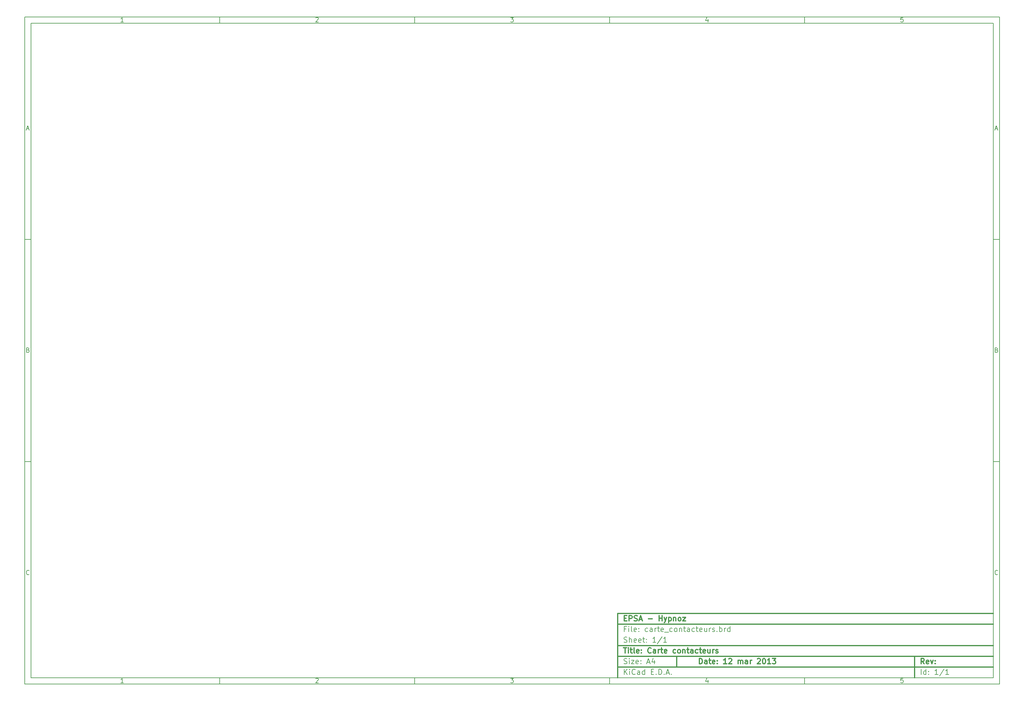
<source format=gbo>
G04 (created by PCBNEW-RS274X (2012-01-19 BZR 3256)-stable) date 12/03/2013 15:32:23*
G01*
G70*
G90*
%MOIN*%
G04 Gerber Fmt 3.4, Leading zero omitted, Abs format*
%FSLAX34Y34*%
G04 APERTURE LIST*
%ADD10C,0.006000*%
%ADD11C,0.012000*%
%ADD12R,0.090000X0.090000*%
%ADD13C,0.090000*%
%ADD14R,0.110000X0.110000*%
%ADD15C,0.110000*%
%ADD16C,0.095000*%
%ADD17R,0.370000X0.370000*%
%ADD18R,0.095000X0.095000*%
%ADD19R,0.110000X0.082000*%
%ADD20O,0.110000X0.082000*%
%ADD21C,0.170000*%
%ADD22R,0.170000X0.170000*%
%ADD23C,0.270000*%
G04 APERTURE END LIST*
G54D10*
X04000Y-04000D02*
X113000Y-04000D01*
X113000Y-78670D01*
X04000Y-78670D01*
X04000Y-04000D01*
X04700Y-04700D02*
X112300Y-04700D01*
X112300Y-77970D01*
X04700Y-77970D01*
X04700Y-04700D01*
X25800Y-04000D02*
X25800Y-04700D01*
X15043Y-04552D02*
X14757Y-04552D01*
X14900Y-04552D02*
X14900Y-04052D01*
X14852Y-04124D01*
X14805Y-04171D01*
X14757Y-04195D01*
X25800Y-78670D02*
X25800Y-77970D01*
X15043Y-78522D02*
X14757Y-78522D01*
X14900Y-78522D02*
X14900Y-78022D01*
X14852Y-78094D01*
X14805Y-78141D01*
X14757Y-78165D01*
X47600Y-04000D02*
X47600Y-04700D01*
X36557Y-04100D02*
X36581Y-04076D01*
X36629Y-04052D01*
X36748Y-04052D01*
X36795Y-04076D01*
X36819Y-04100D01*
X36843Y-04148D01*
X36843Y-04195D01*
X36819Y-04267D01*
X36533Y-04552D01*
X36843Y-04552D01*
X47600Y-78670D02*
X47600Y-77970D01*
X36557Y-78070D02*
X36581Y-78046D01*
X36629Y-78022D01*
X36748Y-78022D01*
X36795Y-78046D01*
X36819Y-78070D01*
X36843Y-78118D01*
X36843Y-78165D01*
X36819Y-78237D01*
X36533Y-78522D01*
X36843Y-78522D01*
X69400Y-04000D02*
X69400Y-04700D01*
X58333Y-04052D02*
X58643Y-04052D01*
X58476Y-04243D01*
X58548Y-04243D01*
X58595Y-04267D01*
X58619Y-04290D01*
X58643Y-04338D01*
X58643Y-04457D01*
X58619Y-04505D01*
X58595Y-04529D01*
X58548Y-04552D01*
X58405Y-04552D01*
X58357Y-04529D01*
X58333Y-04505D01*
X69400Y-78670D02*
X69400Y-77970D01*
X58333Y-78022D02*
X58643Y-78022D01*
X58476Y-78213D01*
X58548Y-78213D01*
X58595Y-78237D01*
X58619Y-78260D01*
X58643Y-78308D01*
X58643Y-78427D01*
X58619Y-78475D01*
X58595Y-78499D01*
X58548Y-78522D01*
X58405Y-78522D01*
X58357Y-78499D01*
X58333Y-78475D01*
X91200Y-04000D02*
X91200Y-04700D01*
X80395Y-04219D02*
X80395Y-04552D01*
X80276Y-04029D02*
X80157Y-04386D01*
X80467Y-04386D01*
X91200Y-78670D02*
X91200Y-77970D01*
X80395Y-78189D02*
X80395Y-78522D01*
X80276Y-77999D02*
X80157Y-78356D01*
X80467Y-78356D01*
X102219Y-04052D02*
X101981Y-04052D01*
X101957Y-04290D01*
X101981Y-04267D01*
X102029Y-04243D01*
X102148Y-04243D01*
X102195Y-04267D01*
X102219Y-04290D01*
X102243Y-04338D01*
X102243Y-04457D01*
X102219Y-04505D01*
X102195Y-04529D01*
X102148Y-04552D01*
X102029Y-04552D01*
X101981Y-04529D01*
X101957Y-04505D01*
X102219Y-78022D02*
X101981Y-78022D01*
X101957Y-78260D01*
X101981Y-78237D01*
X102029Y-78213D01*
X102148Y-78213D01*
X102195Y-78237D01*
X102219Y-78260D01*
X102243Y-78308D01*
X102243Y-78427D01*
X102219Y-78475D01*
X102195Y-78499D01*
X102148Y-78522D01*
X102029Y-78522D01*
X101981Y-78499D01*
X101957Y-78475D01*
X04000Y-28890D02*
X04700Y-28890D01*
X04231Y-16510D02*
X04469Y-16510D01*
X04184Y-16652D02*
X04350Y-16152D01*
X04517Y-16652D01*
X113000Y-28890D02*
X112300Y-28890D01*
X112531Y-16510D02*
X112769Y-16510D01*
X112484Y-16652D02*
X112650Y-16152D01*
X112817Y-16652D01*
X04000Y-53780D02*
X04700Y-53780D01*
X04386Y-41280D02*
X04457Y-41304D01*
X04481Y-41328D01*
X04505Y-41376D01*
X04505Y-41447D01*
X04481Y-41495D01*
X04457Y-41519D01*
X04410Y-41542D01*
X04219Y-41542D01*
X04219Y-41042D01*
X04386Y-41042D01*
X04433Y-41066D01*
X04457Y-41090D01*
X04481Y-41138D01*
X04481Y-41185D01*
X04457Y-41233D01*
X04433Y-41257D01*
X04386Y-41280D01*
X04219Y-41280D01*
X113000Y-53780D02*
X112300Y-53780D01*
X112686Y-41280D02*
X112757Y-41304D01*
X112781Y-41328D01*
X112805Y-41376D01*
X112805Y-41447D01*
X112781Y-41495D01*
X112757Y-41519D01*
X112710Y-41542D01*
X112519Y-41542D01*
X112519Y-41042D01*
X112686Y-41042D01*
X112733Y-41066D01*
X112757Y-41090D01*
X112781Y-41138D01*
X112781Y-41185D01*
X112757Y-41233D01*
X112733Y-41257D01*
X112686Y-41280D01*
X112519Y-41280D01*
X04505Y-66385D02*
X04481Y-66409D01*
X04410Y-66432D01*
X04362Y-66432D01*
X04290Y-66409D01*
X04243Y-66361D01*
X04219Y-66313D01*
X04195Y-66218D01*
X04195Y-66147D01*
X04219Y-66051D01*
X04243Y-66004D01*
X04290Y-65956D01*
X04362Y-65932D01*
X04410Y-65932D01*
X04481Y-65956D01*
X04505Y-65980D01*
X112805Y-66385D02*
X112781Y-66409D01*
X112710Y-66432D01*
X112662Y-66432D01*
X112590Y-66409D01*
X112543Y-66361D01*
X112519Y-66313D01*
X112495Y-66218D01*
X112495Y-66147D01*
X112519Y-66051D01*
X112543Y-66004D01*
X112590Y-65956D01*
X112662Y-65932D01*
X112710Y-65932D01*
X112781Y-65956D01*
X112805Y-65980D01*
G54D11*
X79443Y-76413D02*
X79443Y-75813D01*
X79586Y-75813D01*
X79671Y-75841D01*
X79729Y-75899D01*
X79757Y-75956D01*
X79786Y-76070D01*
X79786Y-76156D01*
X79757Y-76270D01*
X79729Y-76327D01*
X79671Y-76384D01*
X79586Y-76413D01*
X79443Y-76413D01*
X80300Y-76413D02*
X80300Y-76099D01*
X80271Y-76041D01*
X80214Y-76013D01*
X80100Y-76013D01*
X80043Y-76041D01*
X80300Y-76384D02*
X80243Y-76413D01*
X80100Y-76413D01*
X80043Y-76384D01*
X80014Y-76327D01*
X80014Y-76270D01*
X80043Y-76213D01*
X80100Y-76184D01*
X80243Y-76184D01*
X80300Y-76156D01*
X80500Y-76013D02*
X80729Y-76013D01*
X80586Y-75813D02*
X80586Y-76327D01*
X80614Y-76384D01*
X80672Y-76413D01*
X80729Y-76413D01*
X81157Y-76384D02*
X81100Y-76413D01*
X80986Y-76413D01*
X80929Y-76384D01*
X80900Y-76327D01*
X80900Y-76099D01*
X80929Y-76041D01*
X80986Y-76013D01*
X81100Y-76013D01*
X81157Y-76041D01*
X81186Y-76099D01*
X81186Y-76156D01*
X80900Y-76213D01*
X81443Y-76356D02*
X81471Y-76384D01*
X81443Y-76413D01*
X81414Y-76384D01*
X81443Y-76356D01*
X81443Y-76413D01*
X81443Y-76041D02*
X81471Y-76070D01*
X81443Y-76099D01*
X81414Y-76070D01*
X81443Y-76041D01*
X81443Y-76099D01*
X82500Y-76413D02*
X82157Y-76413D01*
X82329Y-76413D02*
X82329Y-75813D01*
X82272Y-75899D01*
X82214Y-75956D01*
X82157Y-75984D01*
X82728Y-75870D02*
X82757Y-75841D01*
X82814Y-75813D01*
X82957Y-75813D01*
X83014Y-75841D01*
X83043Y-75870D01*
X83071Y-75927D01*
X83071Y-75984D01*
X83043Y-76070D01*
X82700Y-76413D01*
X83071Y-76413D01*
X83785Y-76413D02*
X83785Y-76013D01*
X83785Y-76070D02*
X83813Y-76041D01*
X83871Y-76013D01*
X83956Y-76013D01*
X84013Y-76041D01*
X84042Y-76099D01*
X84042Y-76413D01*
X84042Y-76099D02*
X84071Y-76041D01*
X84128Y-76013D01*
X84213Y-76013D01*
X84271Y-76041D01*
X84299Y-76099D01*
X84299Y-76413D01*
X84842Y-76413D02*
X84842Y-76099D01*
X84813Y-76041D01*
X84756Y-76013D01*
X84642Y-76013D01*
X84585Y-76041D01*
X84842Y-76384D02*
X84785Y-76413D01*
X84642Y-76413D01*
X84585Y-76384D01*
X84556Y-76327D01*
X84556Y-76270D01*
X84585Y-76213D01*
X84642Y-76184D01*
X84785Y-76184D01*
X84842Y-76156D01*
X85128Y-76413D02*
X85128Y-76013D01*
X85128Y-76127D02*
X85156Y-76070D01*
X85185Y-76041D01*
X85242Y-76013D01*
X85299Y-76013D01*
X85927Y-75870D02*
X85956Y-75841D01*
X86013Y-75813D01*
X86156Y-75813D01*
X86213Y-75841D01*
X86242Y-75870D01*
X86270Y-75927D01*
X86270Y-75984D01*
X86242Y-76070D01*
X85899Y-76413D01*
X86270Y-76413D01*
X86641Y-75813D02*
X86698Y-75813D01*
X86755Y-75841D01*
X86784Y-75870D01*
X86813Y-75927D01*
X86841Y-76041D01*
X86841Y-76184D01*
X86813Y-76299D01*
X86784Y-76356D01*
X86755Y-76384D01*
X86698Y-76413D01*
X86641Y-76413D01*
X86584Y-76384D01*
X86555Y-76356D01*
X86527Y-76299D01*
X86498Y-76184D01*
X86498Y-76041D01*
X86527Y-75927D01*
X86555Y-75870D01*
X86584Y-75841D01*
X86641Y-75813D01*
X87412Y-76413D02*
X87069Y-76413D01*
X87241Y-76413D02*
X87241Y-75813D01*
X87184Y-75899D01*
X87126Y-75956D01*
X87069Y-75984D01*
X87612Y-75813D02*
X87983Y-75813D01*
X87783Y-76041D01*
X87869Y-76041D01*
X87926Y-76070D01*
X87955Y-76099D01*
X87983Y-76156D01*
X87983Y-76299D01*
X87955Y-76356D01*
X87926Y-76384D01*
X87869Y-76413D01*
X87697Y-76413D01*
X87640Y-76384D01*
X87612Y-76356D01*
G54D10*
X71043Y-77613D02*
X71043Y-77013D01*
X71386Y-77613D02*
X71129Y-77270D01*
X71386Y-77013D02*
X71043Y-77356D01*
X71643Y-77613D02*
X71643Y-77213D01*
X71643Y-77013D02*
X71614Y-77041D01*
X71643Y-77070D01*
X71671Y-77041D01*
X71643Y-77013D01*
X71643Y-77070D01*
X72272Y-77556D02*
X72243Y-77584D01*
X72157Y-77613D01*
X72100Y-77613D01*
X72015Y-77584D01*
X71957Y-77527D01*
X71929Y-77470D01*
X71900Y-77356D01*
X71900Y-77270D01*
X71929Y-77156D01*
X71957Y-77099D01*
X72015Y-77041D01*
X72100Y-77013D01*
X72157Y-77013D01*
X72243Y-77041D01*
X72272Y-77070D01*
X72786Y-77613D02*
X72786Y-77299D01*
X72757Y-77241D01*
X72700Y-77213D01*
X72586Y-77213D01*
X72529Y-77241D01*
X72786Y-77584D02*
X72729Y-77613D01*
X72586Y-77613D01*
X72529Y-77584D01*
X72500Y-77527D01*
X72500Y-77470D01*
X72529Y-77413D01*
X72586Y-77384D01*
X72729Y-77384D01*
X72786Y-77356D01*
X73329Y-77613D02*
X73329Y-77013D01*
X73329Y-77584D02*
X73272Y-77613D01*
X73158Y-77613D01*
X73100Y-77584D01*
X73072Y-77556D01*
X73043Y-77499D01*
X73043Y-77327D01*
X73072Y-77270D01*
X73100Y-77241D01*
X73158Y-77213D01*
X73272Y-77213D01*
X73329Y-77241D01*
X74072Y-77299D02*
X74272Y-77299D01*
X74358Y-77613D02*
X74072Y-77613D01*
X74072Y-77013D01*
X74358Y-77013D01*
X74615Y-77556D02*
X74643Y-77584D01*
X74615Y-77613D01*
X74586Y-77584D01*
X74615Y-77556D01*
X74615Y-77613D01*
X74901Y-77613D02*
X74901Y-77013D01*
X75044Y-77013D01*
X75129Y-77041D01*
X75187Y-77099D01*
X75215Y-77156D01*
X75244Y-77270D01*
X75244Y-77356D01*
X75215Y-77470D01*
X75187Y-77527D01*
X75129Y-77584D01*
X75044Y-77613D01*
X74901Y-77613D01*
X75501Y-77556D02*
X75529Y-77584D01*
X75501Y-77613D01*
X75472Y-77584D01*
X75501Y-77556D01*
X75501Y-77613D01*
X75758Y-77441D02*
X76044Y-77441D01*
X75701Y-77613D02*
X75901Y-77013D01*
X76101Y-77613D01*
X76301Y-77556D02*
X76329Y-77584D01*
X76301Y-77613D01*
X76272Y-77584D01*
X76301Y-77556D01*
X76301Y-77613D01*
G54D11*
X104586Y-76413D02*
X104386Y-76127D01*
X104243Y-76413D02*
X104243Y-75813D01*
X104471Y-75813D01*
X104529Y-75841D01*
X104557Y-75870D01*
X104586Y-75927D01*
X104586Y-76013D01*
X104557Y-76070D01*
X104529Y-76099D01*
X104471Y-76127D01*
X104243Y-76127D01*
X105071Y-76384D02*
X105014Y-76413D01*
X104900Y-76413D01*
X104843Y-76384D01*
X104814Y-76327D01*
X104814Y-76099D01*
X104843Y-76041D01*
X104900Y-76013D01*
X105014Y-76013D01*
X105071Y-76041D01*
X105100Y-76099D01*
X105100Y-76156D01*
X104814Y-76213D01*
X105300Y-76013D02*
X105443Y-76413D01*
X105585Y-76013D01*
X105814Y-76356D02*
X105842Y-76384D01*
X105814Y-76413D01*
X105785Y-76384D01*
X105814Y-76356D01*
X105814Y-76413D01*
X105814Y-76041D02*
X105842Y-76070D01*
X105814Y-76099D01*
X105785Y-76070D01*
X105814Y-76041D01*
X105814Y-76099D01*
G54D10*
X71014Y-76384D02*
X71100Y-76413D01*
X71243Y-76413D01*
X71300Y-76384D01*
X71329Y-76356D01*
X71357Y-76299D01*
X71357Y-76241D01*
X71329Y-76184D01*
X71300Y-76156D01*
X71243Y-76127D01*
X71129Y-76099D01*
X71071Y-76070D01*
X71043Y-76041D01*
X71014Y-75984D01*
X71014Y-75927D01*
X71043Y-75870D01*
X71071Y-75841D01*
X71129Y-75813D01*
X71271Y-75813D01*
X71357Y-75841D01*
X71614Y-76413D02*
X71614Y-76013D01*
X71614Y-75813D02*
X71585Y-75841D01*
X71614Y-75870D01*
X71642Y-75841D01*
X71614Y-75813D01*
X71614Y-75870D01*
X71843Y-76013D02*
X72157Y-76013D01*
X71843Y-76413D01*
X72157Y-76413D01*
X72614Y-76384D02*
X72557Y-76413D01*
X72443Y-76413D01*
X72386Y-76384D01*
X72357Y-76327D01*
X72357Y-76099D01*
X72386Y-76041D01*
X72443Y-76013D01*
X72557Y-76013D01*
X72614Y-76041D01*
X72643Y-76099D01*
X72643Y-76156D01*
X72357Y-76213D01*
X72900Y-76356D02*
X72928Y-76384D01*
X72900Y-76413D01*
X72871Y-76384D01*
X72900Y-76356D01*
X72900Y-76413D01*
X72900Y-76041D02*
X72928Y-76070D01*
X72900Y-76099D01*
X72871Y-76070D01*
X72900Y-76041D01*
X72900Y-76099D01*
X73614Y-76241D02*
X73900Y-76241D01*
X73557Y-76413D02*
X73757Y-75813D01*
X73957Y-76413D01*
X74414Y-76013D02*
X74414Y-76413D01*
X74271Y-75784D02*
X74128Y-76213D01*
X74500Y-76213D01*
X104243Y-77613D02*
X104243Y-77013D01*
X104786Y-77613D02*
X104786Y-77013D01*
X104786Y-77584D02*
X104729Y-77613D01*
X104615Y-77613D01*
X104557Y-77584D01*
X104529Y-77556D01*
X104500Y-77499D01*
X104500Y-77327D01*
X104529Y-77270D01*
X104557Y-77241D01*
X104615Y-77213D01*
X104729Y-77213D01*
X104786Y-77241D01*
X105072Y-77556D02*
X105100Y-77584D01*
X105072Y-77613D01*
X105043Y-77584D01*
X105072Y-77556D01*
X105072Y-77613D01*
X105072Y-77241D02*
X105100Y-77270D01*
X105072Y-77299D01*
X105043Y-77270D01*
X105072Y-77241D01*
X105072Y-77299D01*
X106129Y-77613D02*
X105786Y-77613D01*
X105958Y-77613D02*
X105958Y-77013D01*
X105901Y-77099D01*
X105843Y-77156D01*
X105786Y-77184D01*
X106814Y-76984D02*
X106300Y-77756D01*
X107329Y-77613D02*
X106986Y-77613D01*
X107158Y-77613D02*
X107158Y-77013D01*
X107101Y-77099D01*
X107043Y-77156D01*
X106986Y-77184D01*
G54D11*
X70957Y-74613D02*
X71300Y-74613D01*
X71129Y-75213D02*
X71129Y-74613D01*
X71500Y-75213D02*
X71500Y-74813D01*
X71500Y-74613D02*
X71471Y-74641D01*
X71500Y-74670D01*
X71528Y-74641D01*
X71500Y-74613D01*
X71500Y-74670D01*
X71700Y-74813D02*
X71929Y-74813D01*
X71786Y-74613D02*
X71786Y-75127D01*
X71814Y-75184D01*
X71872Y-75213D01*
X71929Y-75213D01*
X72215Y-75213D02*
X72157Y-75184D01*
X72129Y-75127D01*
X72129Y-74613D01*
X72671Y-75184D02*
X72614Y-75213D01*
X72500Y-75213D01*
X72443Y-75184D01*
X72414Y-75127D01*
X72414Y-74899D01*
X72443Y-74841D01*
X72500Y-74813D01*
X72614Y-74813D01*
X72671Y-74841D01*
X72700Y-74899D01*
X72700Y-74956D01*
X72414Y-75013D01*
X72957Y-75156D02*
X72985Y-75184D01*
X72957Y-75213D01*
X72928Y-75184D01*
X72957Y-75156D01*
X72957Y-75213D01*
X72957Y-74841D02*
X72985Y-74870D01*
X72957Y-74899D01*
X72928Y-74870D01*
X72957Y-74841D01*
X72957Y-74899D01*
X74043Y-75156D02*
X74014Y-75184D01*
X73928Y-75213D01*
X73871Y-75213D01*
X73786Y-75184D01*
X73728Y-75127D01*
X73700Y-75070D01*
X73671Y-74956D01*
X73671Y-74870D01*
X73700Y-74756D01*
X73728Y-74699D01*
X73786Y-74641D01*
X73871Y-74613D01*
X73928Y-74613D01*
X74014Y-74641D01*
X74043Y-74670D01*
X74557Y-75213D02*
X74557Y-74899D01*
X74528Y-74841D01*
X74471Y-74813D01*
X74357Y-74813D01*
X74300Y-74841D01*
X74557Y-75184D02*
X74500Y-75213D01*
X74357Y-75213D01*
X74300Y-75184D01*
X74271Y-75127D01*
X74271Y-75070D01*
X74300Y-75013D01*
X74357Y-74984D01*
X74500Y-74984D01*
X74557Y-74956D01*
X74843Y-75213D02*
X74843Y-74813D01*
X74843Y-74927D02*
X74871Y-74870D01*
X74900Y-74841D01*
X74957Y-74813D01*
X75014Y-74813D01*
X75128Y-74813D02*
X75357Y-74813D01*
X75214Y-74613D02*
X75214Y-75127D01*
X75242Y-75184D01*
X75300Y-75213D01*
X75357Y-75213D01*
X75785Y-75184D02*
X75728Y-75213D01*
X75614Y-75213D01*
X75557Y-75184D01*
X75528Y-75127D01*
X75528Y-74899D01*
X75557Y-74841D01*
X75614Y-74813D01*
X75728Y-74813D01*
X75785Y-74841D01*
X75814Y-74899D01*
X75814Y-74956D01*
X75528Y-75013D01*
X76785Y-75184D02*
X76728Y-75213D01*
X76614Y-75213D01*
X76556Y-75184D01*
X76528Y-75156D01*
X76499Y-75099D01*
X76499Y-74927D01*
X76528Y-74870D01*
X76556Y-74841D01*
X76614Y-74813D01*
X76728Y-74813D01*
X76785Y-74841D01*
X77128Y-75213D02*
X77070Y-75184D01*
X77042Y-75156D01*
X77013Y-75099D01*
X77013Y-74927D01*
X77042Y-74870D01*
X77070Y-74841D01*
X77128Y-74813D01*
X77213Y-74813D01*
X77270Y-74841D01*
X77299Y-74870D01*
X77328Y-74927D01*
X77328Y-75099D01*
X77299Y-75156D01*
X77270Y-75184D01*
X77213Y-75213D01*
X77128Y-75213D01*
X77585Y-74813D02*
X77585Y-75213D01*
X77585Y-74870D02*
X77613Y-74841D01*
X77671Y-74813D01*
X77756Y-74813D01*
X77813Y-74841D01*
X77842Y-74899D01*
X77842Y-75213D01*
X78042Y-74813D02*
X78271Y-74813D01*
X78128Y-74613D02*
X78128Y-75127D01*
X78156Y-75184D01*
X78214Y-75213D01*
X78271Y-75213D01*
X78728Y-75213D02*
X78728Y-74899D01*
X78699Y-74841D01*
X78642Y-74813D01*
X78528Y-74813D01*
X78471Y-74841D01*
X78728Y-75184D02*
X78671Y-75213D01*
X78528Y-75213D01*
X78471Y-75184D01*
X78442Y-75127D01*
X78442Y-75070D01*
X78471Y-75013D01*
X78528Y-74984D01*
X78671Y-74984D01*
X78728Y-74956D01*
X79271Y-75184D02*
X79214Y-75213D01*
X79100Y-75213D01*
X79042Y-75184D01*
X79014Y-75156D01*
X78985Y-75099D01*
X78985Y-74927D01*
X79014Y-74870D01*
X79042Y-74841D01*
X79100Y-74813D01*
X79214Y-74813D01*
X79271Y-74841D01*
X79442Y-74813D02*
X79671Y-74813D01*
X79528Y-74613D02*
X79528Y-75127D01*
X79556Y-75184D01*
X79614Y-75213D01*
X79671Y-75213D01*
X80099Y-75184D02*
X80042Y-75213D01*
X79928Y-75213D01*
X79871Y-75184D01*
X79842Y-75127D01*
X79842Y-74899D01*
X79871Y-74841D01*
X79928Y-74813D01*
X80042Y-74813D01*
X80099Y-74841D01*
X80128Y-74899D01*
X80128Y-74956D01*
X79842Y-75013D01*
X80642Y-74813D02*
X80642Y-75213D01*
X80385Y-74813D02*
X80385Y-75127D01*
X80413Y-75184D01*
X80471Y-75213D01*
X80556Y-75213D01*
X80613Y-75184D01*
X80642Y-75156D01*
X80928Y-75213D02*
X80928Y-74813D01*
X80928Y-74927D02*
X80956Y-74870D01*
X80985Y-74841D01*
X81042Y-74813D01*
X81099Y-74813D01*
X81270Y-75184D02*
X81327Y-75213D01*
X81442Y-75213D01*
X81499Y-75184D01*
X81527Y-75127D01*
X81527Y-75099D01*
X81499Y-75041D01*
X81442Y-75013D01*
X81356Y-75013D01*
X81299Y-74984D01*
X81270Y-74927D01*
X81270Y-74899D01*
X81299Y-74841D01*
X81356Y-74813D01*
X81442Y-74813D01*
X81499Y-74841D01*
G54D10*
X71243Y-72499D02*
X71043Y-72499D01*
X71043Y-72813D02*
X71043Y-72213D01*
X71329Y-72213D01*
X71557Y-72813D02*
X71557Y-72413D01*
X71557Y-72213D02*
X71528Y-72241D01*
X71557Y-72270D01*
X71585Y-72241D01*
X71557Y-72213D01*
X71557Y-72270D01*
X71929Y-72813D02*
X71871Y-72784D01*
X71843Y-72727D01*
X71843Y-72213D01*
X72385Y-72784D02*
X72328Y-72813D01*
X72214Y-72813D01*
X72157Y-72784D01*
X72128Y-72727D01*
X72128Y-72499D01*
X72157Y-72441D01*
X72214Y-72413D01*
X72328Y-72413D01*
X72385Y-72441D01*
X72414Y-72499D01*
X72414Y-72556D01*
X72128Y-72613D01*
X72671Y-72756D02*
X72699Y-72784D01*
X72671Y-72813D01*
X72642Y-72784D01*
X72671Y-72756D01*
X72671Y-72813D01*
X72671Y-72441D02*
X72699Y-72470D01*
X72671Y-72499D01*
X72642Y-72470D01*
X72671Y-72441D01*
X72671Y-72499D01*
X73671Y-72784D02*
X73614Y-72813D01*
X73500Y-72813D01*
X73442Y-72784D01*
X73414Y-72756D01*
X73385Y-72699D01*
X73385Y-72527D01*
X73414Y-72470D01*
X73442Y-72441D01*
X73500Y-72413D01*
X73614Y-72413D01*
X73671Y-72441D01*
X74185Y-72813D02*
X74185Y-72499D01*
X74156Y-72441D01*
X74099Y-72413D01*
X73985Y-72413D01*
X73928Y-72441D01*
X74185Y-72784D02*
X74128Y-72813D01*
X73985Y-72813D01*
X73928Y-72784D01*
X73899Y-72727D01*
X73899Y-72670D01*
X73928Y-72613D01*
X73985Y-72584D01*
X74128Y-72584D01*
X74185Y-72556D01*
X74471Y-72813D02*
X74471Y-72413D01*
X74471Y-72527D02*
X74499Y-72470D01*
X74528Y-72441D01*
X74585Y-72413D01*
X74642Y-72413D01*
X74756Y-72413D02*
X74985Y-72413D01*
X74842Y-72213D02*
X74842Y-72727D01*
X74870Y-72784D01*
X74928Y-72813D01*
X74985Y-72813D01*
X75413Y-72784D02*
X75356Y-72813D01*
X75242Y-72813D01*
X75185Y-72784D01*
X75156Y-72727D01*
X75156Y-72499D01*
X75185Y-72441D01*
X75242Y-72413D01*
X75356Y-72413D01*
X75413Y-72441D01*
X75442Y-72499D01*
X75442Y-72556D01*
X75156Y-72613D01*
X75556Y-72870D02*
X76013Y-72870D01*
X76413Y-72784D02*
X76356Y-72813D01*
X76242Y-72813D01*
X76184Y-72784D01*
X76156Y-72756D01*
X76127Y-72699D01*
X76127Y-72527D01*
X76156Y-72470D01*
X76184Y-72441D01*
X76242Y-72413D01*
X76356Y-72413D01*
X76413Y-72441D01*
X76756Y-72813D02*
X76698Y-72784D01*
X76670Y-72756D01*
X76641Y-72699D01*
X76641Y-72527D01*
X76670Y-72470D01*
X76698Y-72441D01*
X76756Y-72413D01*
X76841Y-72413D01*
X76898Y-72441D01*
X76927Y-72470D01*
X76956Y-72527D01*
X76956Y-72699D01*
X76927Y-72756D01*
X76898Y-72784D01*
X76841Y-72813D01*
X76756Y-72813D01*
X77213Y-72413D02*
X77213Y-72813D01*
X77213Y-72470D02*
X77241Y-72441D01*
X77299Y-72413D01*
X77384Y-72413D01*
X77441Y-72441D01*
X77470Y-72499D01*
X77470Y-72813D01*
X77670Y-72413D02*
X77899Y-72413D01*
X77756Y-72213D02*
X77756Y-72727D01*
X77784Y-72784D01*
X77842Y-72813D01*
X77899Y-72813D01*
X78356Y-72813D02*
X78356Y-72499D01*
X78327Y-72441D01*
X78270Y-72413D01*
X78156Y-72413D01*
X78099Y-72441D01*
X78356Y-72784D02*
X78299Y-72813D01*
X78156Y-72813D01*
X78099Y-72784D01*
X78070Y-72727D01*
X78070Y-72670D01*
X78099Y-72613D01*
X78156Y-72584D01*
X78299Y-72584D01*
X78356Y-72556D01*
X78899Y-72784D02*
X78842Y-72813D01*
X78728Y-72813D01*
X78670Y-72784D01*
X78642Y-72756D01*
X78613Y-72699D01*
X78613Y-72527D01*
X78642Y-72470D01*
X78670Y-72441D01*
X78728Y-72413D01*
X78842Y-72413D01*
X78899Y-72441D01*
X79070Y-72413D02*
X79299Y-72413D01*
X79156Y-72213D02*
X79156Y-72727D01*
X79184Y-72784D01*
X79242Y-72813D01*
X79299Y-72813D01*
X79727Y-72784D02*
X79670Y-72813D01*
X79556Y-72813D01*
X79499Y-72784D01*
X79470Y-72727D01*
X79470Y-72499D01*
X79499Y-72441D01*
X79556Y-72413D01*
X79670Y-72413D01*
X79727Y-72441D01*
X79756Y-72499D01*
X79756Y-72556D01*
X79470Y-72613D01*
X80270Y-72413D02*
X80270Y-72813D01*
X80013Y-72413D02*
X80013Y-72727D01*
X80041Y-72784D01*
X80099Y-72813D01*
X80184Y-72813D01*
X80241Y-72784D01*
X80270Y-72756D01*
X80556Y-72813D02*
X80556Y-72413D01*
X80556Y-72527D02*
X80584Y-72470D01*
X80613Y-72441D01*
X80670Y-72413D01*
X80727Y-72413D01*
X80898Y-72784D02*
X80955Y-72813D01*
X81070Y-72813D01*
X81127Y-72784D01*
X81155Y-72727D01*
X81155Y-72699D01*
X81127Y-72641D01*
X81070Y-72613D01*
X80984Y-72613D01*
X80927Y-72584D01*
X80898Y-72527D01*
X80898Y-72499D01*
X80927Y-72441D01*
X80984Y-72413D01*
X81070Y-72413D01*
X81127Y-72441D01*
X81413Y-72756D02*
X81441Y-72784D01*
X81413Y-72813D01*
X81384Y-72784D01*
X81413Y-72756D01*
X81413Y-72813D01*
X81699Y-72813D02*
X81699Y-72213D01*
X81699Y-72441D02*
X81756Y-72413D01*
X81870Y-72413D01*
X81927Y-72441D01*
X81956Y-72470D01*
X81985Y-72527D01*
X81985Y-72699D01*
X81956Y-72756D01*
X81927Y-72784D01*
X81870Y-72813D01*
X81756Y-72813D01*
X81699Y-72784D01*
X82242Y-72813D02*
X82242Y-72413D01*
X82242Y-72527D02*
X82270Y-72470D01*
X82299Y-72441D01*
X82356Y-72413D01*
X82413Y-72413D01*
X82870Y-72813D02*
X82870Y-72213D01*
X82870Y-72784D02*
X82813Y-72813D01*
X82699Y-72813D01*
X82641Y-72784D01*
X82613Y-72756D01*
X82584Y-72699D01*
X82584Y-72527D01*
X82613Y-72470D01*
X82641Y-72441D01*
X82699Y-72413D01*
X82813Y-72413D01*
X82870Y-72441D01*
X71014Y-73984D02*
X71100Y-74013D01*
X71243Y-74013D01*
X71300Y-73984D01*
X71329Y-73956D01*
X71357Y-73899D01*
X71357Y-73841D01*
X71329Y-73784D01*
X71300Y-73756D01*
X71243Y-73727D01*
X71129Y-73699D01*
X71071Y-73670D01*
X71043Y-73641D01*
X71014Y-73584D01*
X71014Y-73527D01*
X71043Y-73470D01*
X71071Y-73441D01*
X71129Y-73413D01*
X71271Y-73413D01*
X71357Y-73441D01*
X71614Y-74013D02*
X71614Y-73413D01*
X71871Y-74013D02*
X71871Y-73699D01*
X71842Y-73641D01*
X71785Y-73613D01*
X71700Y-73613D01*
X71642Y-73641D01*
X71614Y-73670D01*
X72385Y-73984D02*
X72328Y-74013D01*
X72214Y-74013D01*
X72157Y-73984D01*
X72128Y-73927D01*
X72128Y-73699D01*
X72157Y-73641D01*
X72214Y-73613D01*
X72328Y-73613D01*
X72385Y-73641D01*
X72414Y-73699D01*
X72414Y-73756D01*
X72128Y-73813D01*
X72899Y-73984D02*
X72842Y-74013D01*
X72728Y-74013D01*
X72671Y-73984D01*
X72642Y-73927D01*
X72642Y-73699D01*
X72671Y-73641D01*
X72728Y-73613D01*
X72842Y-73613D01*
X72899Y-73641D01*
X72928Y-73699D01*
X72928Y-73756D01*
X72642Y-73813D01*
X73099Y-73613D02*
X73328Y-73613D01*
X73185Y-73413D02*
X73185Y-73927D01*
X73213Y-73984D01*
X73271Y-74013D01*
X73328Y-74013D01*
X73528Y-73956D02*
X73556Y-73984D01*
X73528Y-74013D01*
X73499Y-73984D01*
X73528Y-73956D01*
X73528Y-74013D01*
X73528Y-73641D02*
X73556Y-73670D01*
X73528Y-73699D01*
X73499Y-73670D01*
X73528Y-73641D01*
X73528Y-73699D01*
X74585Y-74013D02*
X74242Y-74013D01*
X74414Y-74013D02*
X74414Y-73413D01*
X74357Y-73499D01*
X74299Y-73556D01*
X74242Y-73584D01*
X75270Y-73384D02*
X74756Y-74156D01*
X75785Y-74013D02*
X75442Y-74013D01*
X75614Y-74013D02*
X75614Y-73413D01*
X75557Y-73499D01*
X75499Y-73556D01*
X75442Y-73584D01*
G54D11*
X71043Y-71299D02*
X71243Y-71299D01*
X71329Y-71613D02*
X71043Y-71613D01*
X71043Y-71013D01*
X71329Y-71013D01*
X71586Y-71613D02*
X71586Y-71013D01*
X71814Y-71013D01*
X71872Y-71041D01*
X71900Y-71070D01*
X71929Y-71127D01*
X71929Y-71213D01*
X71900Y-71270D01*
X71872Y-71299D01*
X71814Y-71327D01*
X71586Y-71327D01*
X72157Y-71584D02*
X72243Y-71613D01*
X72386Y-71613D01*
X72443Y-71584D01*
X72472Y-71556D01*
X72500Y-71499D01*
X72500Y-71441D01*
X72472Y-71384D01*
X72443Y-71356D01*
X72386Y-71327D01*
X72272Y-71299D01*
X72214Y-71270D01*
X72186Y-71241D01*
X72157Y-71184D01*
X72157Y-71127D01*
X72186Y-71070D01*
X72214Y-71041D01*
X72272Y-71013D01*
X72414Y-71013D01*
X72500Y-71041D01*
X72728Y-71441D02*
X73014Y-71441D01*
X72671Y-71613D02*
X72871Y-71013D01*
X73071Y-71613D01*
X73728Y-71384D02*
X74185Y-71384D01*
X74928Y-71613D02*
X74928Y-71013D01*
X74928Y-71299D02*
X75271Y-71299D01*
X75271Y-71613D02*
X75271Y-71013D01*
X75500Y-71213D02*
X75643Y-71613D01*
X75785Y-71213D02*
X75643Y-71613D01*
X75585Y-71756D01*
X75557Y-71784D01*
X75500Y-71813D01*
X76014Y-71213D02*
X76014Y-71813D01*
X76014Y-71241D02*
X76071Y-71213D01*
X76185Y-71213D01*
X76242Y-71241D01*
X76271Y-71270D01*
X76300Y-71327D01*
X76300Y-71499D01*
X76271Y-71556D01*
X76242Y-71584D01*
X76185Y-71613D01*
X76071Y-71613D01*
X76014Y-71584D01*
X76557Y-71213D02*
X76557Y-71613D01*
X76557Y-71270D02*
X76585Y-71241D01*
X76643Y-71213D01*
X76728Y-71213D01*
X76785Y-71241D01*
X76814Y-71299D01*
X76814Y-71613D01*
X77186Y-71613D02*
X77128Y-71584D01*
X77100Y-71556D01*
X77071Y-71499D01*
X77071Y-71327D01*
X77100Y-71270D01*
X77128Y-71241D01*
X77186Y-71213D01*
X77271Y-71213D01*
X77328Y-71241D01*
X77357Y-71270D01*
X77386Y-71327D01*
X77386Y-71499D01*
X77357Y-71556D01*
X77328Y-71584D01*
X77271Y-71613D01*
X77186Y-71613D01*
X77586Y-71213D02*
X77900Y-71213D01*
X77586Y-71613D01*
X77900Y-71613D01*
X70300Y-70770D02*
X70300Y-77970D01*
X70300Y-71970D02*
X112300Y-71970D01*
X70300Y-70770D02*
X112300Y-70770D01*
X70300Y-74370D02*
X112300Y-74370D01*
X103500Y-75570D02*
X103500Y-77970D01*
X70300Y-76770D02*
X112300Y-76770D01*
X70300Y-75570D02*
X112300Y-75570D01*
X76900Y-75570D02*
X76900Y-76770D01*
%LPC*%
G54D12*
X38000Y-39500D03*
G54D13*
X39000Y-39500D03*
X39000Y-38500D03*
G54D12*
X38000Y-32250D03*
G54D13*
X39000Y-32250D03*
X39000Y-31250D03*
G54D12*
X38000Y-46750D03*
G54D13*
X39000Y-46750D03*
X39000Y-45750D03*
G54D14*
X34750Y-47500D03*
G54D15*
X34750Y-44500D03*
X28750Y-47500D03*
X28750Y-44500D03*
X26750Y-47500D03*
X26750Y-44500D03*
X24750Y-47500D03*
X24750Y-44500D03*
G54D14*
X34750Y-33000D03*
G54D15*
X34750Y-30000D03*
X28750Y-33000D03*
X28750Y-30000D03*
X26750Y-33000D03*
X26750Y-30000D03*
X24750Y-33000D03*
X24750Y-30000D03*
G54D14*
X34750Y-40250D03*
G54D15*
X34750Y-37250D03*
X28750Y-40250D03*
X28750Y-37250D03*
X26750Y-40250D03*
X26750Y-37250D03*
X24750Y-40250D03*
X24750Y-37250D03*
G54D16*
X41000Y-39500D03*
X44000Y-39500D03*
X43000Y-26750D03*
X43000Y-29750D03*
X49000Y-26500D03*
X46000Y-26500D03*
X41000Y-47250D03*
X44000Y-47250D03*
X41000Y-32250D03*
X44000Y-32250D03*
G54D17*
X34000Y-26500D03*
G54D16*
X40500Y-27500D03*
G54D18*
X40500Y-26500D03*
G54D16*
X40500Y-25500D03*
G54D18*
X46000Y-25250D03*
G54D16*
X45000Y-25250D03*
X44000Y-25250D03*
X43000Y-25250D03*
G54D18*
X28250Y-25250D03*
G54D16*
X27250Y-25250D03*
G54D19*
X46750Y-36000D03*
G54D20*
X46750Y-37000D03*
X46750Y-38000D03*
X46750Y-39000D03*
X46750Y-40000D03*
X46750Y-41000D03*
X46750Y-42000D03*
X49750Y-42000D03*
X49750Y-41000D03*
X49750Y-40000D03*
X49750Y-39000D03*
X49750Y-38000D03*
X49750Y-37000D03*
X49750Y-36000D03*
G54D18*
X50500Y-34250D03*
G54D16*
X50500Y-33250D03*
G54D18*
X39500Y-23500D03*
G54D16*
X39500Y-22500D03*
X41500Y-23500D03*
X41500Y-22500D03*
X51500Y-36000D03*
X51500Y-37000D03*
G54D21*
X22000Y-37750D03*
X22000Y-39750D03*
G54D22*
X22000Y-35750D03*
G54D21*
X22000Y-41750D03*
G54D23*
X50000Y-22500D03*
X50000Y-50000D03*
X22500Y-50000D03*
X30750Y-22500D03*
G54D16*
X36500Y-41250D03*
G54D18*
X36500Y-37250D03*
G54D16*
X36500Y-34000D03*
G54D18*
X36500Y-30000D03*
G54D16*
X36500Y-48500D03*
G54D18*
X36500Y-44500D03*
M02*

</source>
